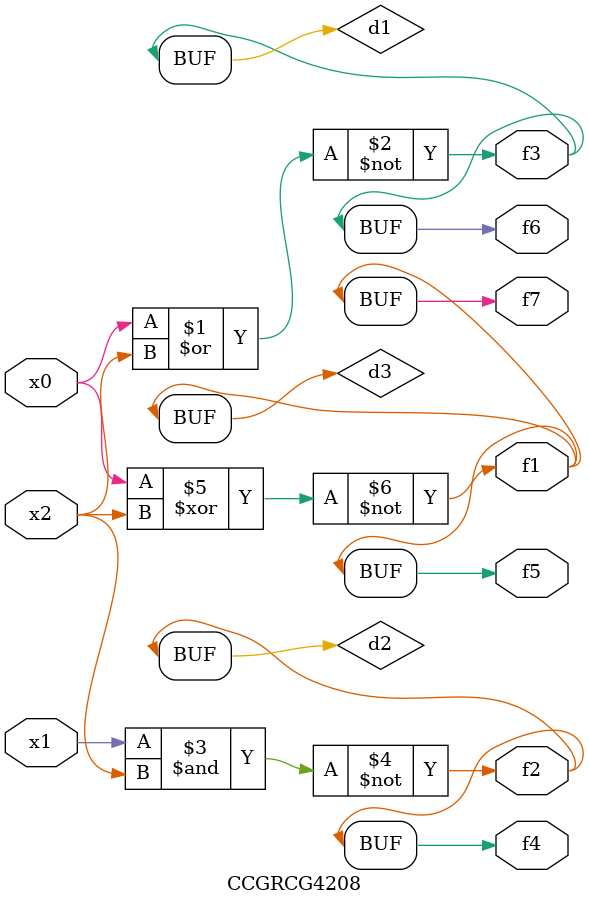
<source format=v>
module CCGRCG4208(
	input x0, x1, x2,
	output f1, f2, f3, f4, f5, f6, f7
);

	wire d1, d2, d3;

	nor (d1, x0, x2);
	nand (d2, x1, x2);
	xnor (d3, x0, x2);
	assign f1 = d3;
	assign f2 = d2;
	assign f3 = d1;
	assign f4 = d2;
	assign f5 = d3;
	assign f6 = d1;
	assign f7 = d3;
endmodule

</source>
